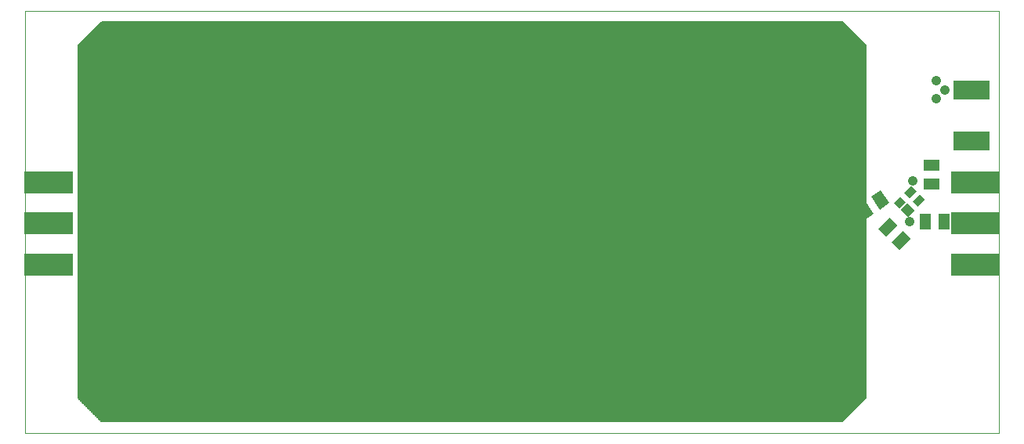
<source format=gts>
G75*
G70*
%OFA0B0*%
%FSLAX24Y24*%
%IPPOS*%
%LPD*%
%AMOC8*
5,1,8,0,0,1.08239X$1,22.5*
%
%ADD10C,0.0000*%
%ADD11C,0.0060*%
%ADD12R,0.0316X0.0395*%
%ADD13R,0.0434X0.0395*%
%ADD14R,0.0480X0.0680*%
%ADD15R,0.2080X0.0980*%
%ADD16R,0.1580X0.0840*%
%ADD17R,0.0680X0.0480*%
%ADD18R,0.0160X0.0160*%
%ADD19C,0.0420*%
D10*
X003851Y000105D02*
X003851Y018100D01*
X045288Y018100D01*
X045288Y000105D01*
X003851Y000105D01*
X003851Y006843D02*
X003851Y011243D01*
X045288Y011243D02*
X045288Y006843D01*
D11*
X039601Y006818D02*
X006101Y006818D01*
X006101Y006876D02*
X039601Y006876D01*
X039601Y006935D02*
X006101Y006935D01*
X006101Y006993D02*
X039601Y006993D01*
X039601Y007052D02*
X006101Y007052D01*
X006101Y007110D02*
X039601Y007110D01*
X039601Y007169D02*
X006101Y007169D01*
X006101Y007227D02*
X039601Y007227D01*
X039601Y007286D02*
X006101Y007286D01*
X006101Y007344D02*
X039601Y007344D01*
X039601Y007403D02*
X006101Y007403D01*
X006101Y007461D02*
X039601Y007461D01*
X039601Y007520D02*
X006101Y007520D01*
X006101Y007578D02*
X039601Y007578D01*
X039601Y007637D02*
X006101Y007637D01*
X006101Y007695D02*
X039601Y007695D01*
X039601Y007754D02*
X006101Y007754D01*
X006101Y007812D02*
X039601Y007812D01*
X039601Y007871D02*
X006101Y007871D01*
X006101Y007929D02*
X039601Y007929D01*
X039601Y007988D02*
X006101Y007988D01*
X006101Y008046D02*
X039601Y008046D01*
X039601Y008105D02*
X006101Y008105D01*
X006101Y008164D02*
X039601Y008164D01*
X039601Y008222D02*
X006101Y008222D01*
X006101Y008281D02*
X039601Y008281D01*
X039601Y008339D02*
X006101Y008339D01*
X006101Y008398D02*
X039601Y008398D01*
X039601Y008456D02*
X006101Y008456D01*
X006101Y008515D02*
X039601Y008515D01*
X039601Y008573D02*
X006101Y008573D01*
X006101Y008632D02*
X039601Y008632D01*
X039601Y008690D02*
X006101Y008690D01*
X006101Y008749D02*
X039601Y008749D01*
X039601Y008807D02*
X006101Y008807D01*
X006101Y008866D02*
X039601Y008866D01*
X039601Y008924D02*
X006101Y008924D01*
X006101Y008983D02*
X039601Y008983D01*
X039601Y009041D02*
X006101Y009041D01*
X006101Y009100D02*
X039601Y009100D01*
X039601Y009105D02*
X039601Y010105D01*
X039601Y001605D01*
X038601Y000605D01*
X007101Y000605D01*
X006101Y001605D01*
X006101Y016605D01*
X007101Y017605D01*
X038601Y017605D01*
X039601Y016605D01*
X039601Y009105D01*
X039601Y009158D02*
X006101Y009158D01*
X006101Y009217D02*
X039601Y009217D01*
X039601Y009275D02*
X006101Y009275D01*
X006101Y009334D02*
X039601Y009334D01*
X039601Y009392D02*
X006101Y009392D01*
X006101Y009451D02*
X039601Y009451D01*
X039601Y009509D02*
X006101Y009509D01*
X006101Y009568D02*
X039601Y009568D01*
X039601Y009626D02*
X006101Y009626D01*
X006101Y009685D02*
X039601Y009685D01*
X039601Y009743D02*
X006101Y009743D01*
X006101Y009802D02*
X039601Y009802D01*
X039601Y009860D02*
X006101Y009860D01*
X006101Y009919D02*
X039601Y009919D01*
X039601Y009977D02*
X006101Y009977D01*
X006101Y010036D02*
X039601Y010036D01*
X039601Y010094D02*
X006101Y010094D01*
X006101Y010153D02*
X039601Y010153D01*
X039601Y010211D02*
X006101Y010211D01*
X006101Y010270D02*
X039601Y010270D01*
X039601Y010328D02*
X006101Y010328D01*
X006101Y010387D02*
X039601Y010387D01*
X039601Y010445D02*
X006101Y010445D01*
X006101Y010504D02*
X039601Y010504D01*
X039601Y010562D02*
X006101Y010562D01*
X006101Y010621D02*
X039601Y010621D01*
X039601Y010679D02*
X006101Y010679D01*
X006101Y010738D02*
X039601Y010738D01*
X039601Y010796D02*
X006101Y010796D01*
X006101Y010855D02*
X039601Y010855D01*
X039601Y010913D02*
X006101Y010913D01*
X006101Y010972D02*
X039601Y010972D01*
X039601Y011030D02*
X006101Y011030D01*
X006101Y011089D02*
X039601Y011089D01*
X039601Y011147D02*
X006101Y011147D01*
X006101Y011206D02*
X039601Y011206D01*
X039601Y011264D02*
X006101Y011264D01*
X006101Y011323D02*
X039601Y011323D01*
X039601Y011381D02*
X006101Y011381D01*
X006101Y011440D02*
X039601Y011440D01*
X039601Y011498D02*
X006101Y011498D01*
X006101Y011557D02*
X039601Y011557D01*
X039601Y011615D02*
X006101Y011615D01*
X006101Y011674D02*
X039601Y011674D01*
X039601Y011732D02*
X006101Y011732D01*
X006101Y011791D02*
X039601Y011791D01*
X039601Y011849D02*
X006101Y011849D01*
X006101Y011908D02*
X039601Y011908D01*
X039601Y011966D02*
X006101Y011966D01*
X006101Y012025D02*
X039601Y012025D01*
X039601Y012083D02*
X006101Y012083D01*
X006101Y012142D02*
X039601Y012142D01*
X039601Y012200D02*
X006101Y012200D01*
X006101Y012259D02*
X039601Y012259D01*
X039601Y012317D02*
X006101Y012317D01*
X006101Y012376D02*
X039601Y012376D01*
X039601Y012434D02*
X006101Y012434D01*
X006101Y012493D02*
X039601Y012493D01*
X039601Y012551D02*
X006101Y012551D01*
X006101Y012610D02*
X039601Y012610D01*
X039601Y012668D02*
X006101Y012668D01*
X006101Y012727D02*
X039601Y012727D01*
X039601Y012785D02*
X006101Y012785D01*
X006101Y012844D02*
X039601Y012844D01*
X039601Y012902D02*
X006101Y012902D01*
X006101Y012961D02*
X039601Y012961D01*
X039601Y013019D02*
X006101Y013019D01*
X006101Y013078D02*
X039601Y013078D01*
X039601Y013136D02*
X006101Y013136D01*
X006101Y013195D02*
X039601Y013195D01*
X039601Y013253D02*
X006101Y013253D01*
X006101Y013312D02*
X039601Y013312D01*
X039601Y013370D02*
X006101Y013370D01*
X006101Y013429D02*
X039601Y013429D01*
X039601Y013487D02*
X006101Y013487D01*
X006101Y013546D02*
X039601Y013546D01*
X039601Y013604D02*
X006101Y013604D01*
X006101Y013663D02*
X039601Y013663D01*
X039601Y013721D02*
X006101Y013721D01*
X006101Y013780D02*
X039601Y013780D01*
X039601Y013838D02*
X006101Y013838D01*
X006101Y013897D02*
X039601Y013897D01*
X039601Y013955D02*
X006101Y013955D01*
X006101Y014014D02*
X039601Y014014D01*
X039601Y014072D02*
X006101Y014072D01*
X006101Y014131D02*
X039601Y014131D01*
X039601Y014189D02*
X006101Y014189D01*
X006101Y014248D02*
X039601Y014248D01*
X039601Y014306D02*
X006101Y014306D01*
X006101Y014365D02*
X039601Y014365D01*
X039601Y014423D02*
X006101Y014423D01*
X006101Y014482D02*
X039601Y014482D01*
X039601Y014540D02*
X006101Y014540D01*
X006101Y014599D02*
X039601Y014599D01*
X039601Y014657D02*
X006101Y014657D01*
X006101Y014716D02*
X039601Y014716D01*
X039601Y014774D02*
X006101Y014774D01*
X006101Y014833D02*
X039601Y014833D01*
X039601Y014891D02*
X006101Y014891D01*
X006101Y014950D02*
X039601Y014950D01*
X039601Y015008D02*
X006101Y015008D01*
X006101Y015067D02*
X039601Y015067D01*
X039601Y015125D02*
X006101Y015125D01*
X006101Y015184D02*
X039601Y015184D01*
X039601Y015242D02*
X006101Y015242D01*
X006101Y015301D02*
X039601Y015301D01*
X039601Y015359D02*
X006101Y015359D01*
X006101Y015418D02*
X039601Y015418D01*
X039601Y015476D02*
X006101Y015476D01*
X006101Y015535D02*
X039601Y015535D01*
X039601Y015593D02*
X006101Y015593D01*
X006101Y015652D02*
X039601Y015652D01*
X039601Y015710D02*
X006101Y015710D01*
X006101Y015769D02*
X039601Y015769D01*
X039601Y015827D02*
X006101Y015827D01*
X006101Y015886D02*
X039601Y015886D01*
X039601Y015944D02*
X006101Y015944D01*
X006101Y016003D02*
X039601Y016003D01*
X039601Y016061D02*
X006101Y016061D01*
X006101Y016120D02*
X039601Y016120D01*
X039601Y016178D02*
X006101Y016178D01*
X006101Y016237D02*
X039601Y016237D01*
X039601Y016295D02*
X006101Y016295D01*
X006101Y016354D02*
X039601Y016354D01*
X039601Y016412D02*
X006101Y016412D01*
X006101Y016471D02*
X039601Y016471D01*
X039601Y016529D02*
X006101Y016529D01*
X006101Y016588D02*
X039601Y016588D01*
X039560Y016646D02*
X006142Y016646D01*
X006200Y016705D02*
X039501Y016705D01*
X039443Y016763D02*
X006259Y016763D01*
X006317Y016822D02*
X039384Y016822D01*
X039326Y016880D02*
X006376Y016880D01*
X006434Y016939D02*
X039267Y016939D01*
X039209Y016997D02*
X006493Y016997D01*
X006551Y017056D02*
X039150Y017056D01*
X039092Y017114D02*
X006610Y017114D01*
X006668Y017173D02*
X039033Y017173D01*
X038975Y017231D02*
X006727Y017231D01*
X006785Y017290D02*
X038916Y017290D01*
X038858Y017348D02*
X006844Y017348D01*
X006902Y017407D02*
X038799Y017407D01*
X038741Y017465D02*
X006961Y017465D01*
X007019Y017524D02*
X038682Y017524D01*
X038624Y017582D02*
X007078Y017582D01*
X006101Y006759D02*
X039601Y006759D01*
X039601Y006701D02*
X006101Y006701D01*
X006101Y006642D02*
X039601Y006642D01*
X039601Y006584D02*
X006101Y006584D01*
X006101Y006525D02*
X039601Y006525D01*
X039601Y006467D02*
X006101Y006467D01*
X006101Y006408D02*
X039601Y006408D01*
X039601Y006350D02*
X006101Y006350D01*
X006101Y006291D02*
X039601Y006291D01*
X039601Y006233D02*
X006101Y006233D01*
X006101Y006174D02*
X039601Y006174D01*
X039601Y006116D02*
X006101Y006116D01*
X006101Y006057D02*
X039601Y006057D01*
X039601Y005999D02*
X006101Y005999D01*
X006101Y005940D02*
X039601Y005940D01*
X039601Y005882D02*
X006101Y005882D01*
X006101Y005823D02*
X039601Y005823D01*
X039601Y005765D02*
X006101Y005765D01*
X006101Y005706D02*
X039601Y005706D01*
X039601Y005648D02*
X006101Y005648D01*
X006101Y005589D02*
X039601Y005589D01*
X039601Y005531D02*
X006101Y005531D01*
X006101Y005472D02*
X039601Y005472D01*
X039601Y005414D02*
X006101Y005414D01*
X006101Y005355D02*
X039601Y005355D01*
X039601Y005297D02*
X006101Y005297D01*
X006101Y005238D02*
X039601Y005238D01*
X039601Y005180D02*
X006101Y005180D01*
X006101Y005121D02*
X039601Y005121D01*
X039601Y005063D02*
X006101Y005063D01*
X006101Y005004D02*
X039601Y005004D01*
X039601Y004946D02*
X006101Y004946D01*
X006101Y004887D02*
X039601Y004887D01*
X039601Y004829D02*
X006101Y004829D01*
X006101Y004770D02*
X039601Y004770D01*
X039601Y004712D02*
X006101Y004712D01*
X006101Y004653D02*
X039601Y004653D01*
X039601Y004595D02*
X006101Y004595D01*
X006101Y004536D02*
X039601Y004536D01*
X039601Y004478D02*
X006101Y004478D01*
X006101Y004419D02*
X039601Y004419D01*
X039601Y004361D02*
X006101Y004361D01*
X006101Y004302D02*
X039601Y004302D01*
X039601Y004244D02*
X006101Y004244D01*
X006101Y004185D02*
X039601Y004185D01*
X039601Y004127D02*
X006101Y004127D01*
X006101Y004068D02*
X039601Y004068D01*
X039601Y004010D02*
X006101Y004010D01*
X006101Y003951D02*
X039601Y003951D01*
X039601Y003893D02*
X006101Y003893D01*
X006101Y003834D02*
X039601Y003834D01*
X039601Y003776D02*
X006101Y003776D01*
X006101Y003717D02*
X039601Y003717D01*
X039601Y003659D02*
X006101Y003659D01*
X006101Y003600D02*
X039601Y003600D01*
X039601Y003542D02*
X006101Y003542D01*
X006101Y003483D02*
X039601Y003483D01*
X039601Y003425D02*
X006101Y003425D01*
X006101Y003366D02*
X039601Y003366D01*
X039601Y003308D02*
X006101Y003308D01*
X006101Y003249D02*
X039601Y003249D01*
X039601Y003191D02*
X006101Y003191D01*
X006101Y003132D02*
X039601Y003132D01*
X039601Y003074D02*
X006101Y003074D01*
X006101Y003015D02*
X039601Y003015D01*
X039601Y002957D02*
X006101Y002957D01*
X006101Y002898D02*
X039601Y002898D01*
X039601Y002840D02*
X006101Y002840D01*
X006101Y002781D02*
X039601Y002781D01*
X039601Y002723D02*
X006101Y002723D01*
X006101Y002664D02*
X039601Y002664D01*
X039601Y002606D02*
X006101Y002606D01*
X006101Y002547D02*
X039601Y002547D01*
X039601Y002489D02*
X006101Y002489D01*
X006101Y002430D02*
X039601Y002430D01*
X039601Y002372D02*
X006101Y002372D01*
X006101Y002313D02*
X039601Y002313D01*
X039601Y002255D02*
X006101Y002255D01*
X006101Y002196D02*
X039601Y002196D01*
X039601Y002138D02*
X006101Y002138D01*
X006101Y002079D02*
X039601Y002079D01*
X039601Y002021D02*
X006101Y002021D01*
X006101Y001962D02*
X039601Y001962D01*
X039601Y001904D02*
X006101Y001904D01*
X006101Y001845D02*
X039601Y001845D01*
X039601Y001787D02*
X006101Y001787D01*
X006101Y001728D02*
X039601Y001728D01*
X039601Y001670D02*
X006101Y001670D01*
X006101Y001611D02*
X039601Y001611D01*
X039549Y001553D02*
X006153Y001553D01*
X006211Y001494D02*
X039490Y001494D01*
X039432Y001436D02*
X006270Y001436D01*
X006328Y001377D02*
X039373Y001377D01*
X039315Y001319D02*
X006387Y001319D01*
X006445Y001260D02*
X039256Y001260D01*
X039198Y001202D02*
X006504Y001202D01*
X006562Y001143D02*
X039139Y001143D01*
X039081Y001085D02*
X006621Y001085D01*
X006679Y001026D02*
X039022Y001026D01*
X038964Y000968D02*
X006738Y000968D01*
X006796Y000909D02*
X038905Y000909D01*
X038847Y000851D02*
X006855Y000851D01*
X006913Y000792D02*
X038788Y000792D01*
X038730Y000734D02*
X006972Y000734D01*
X007030Y000675D02*
X038671Y000675D01*
X038613Y000617D02*
X007089Y000617D01*
D12*
G36*
X041045Y009687D02*
X040821Y009911D01*
X041099Y010189D01*
X041323Y009965D01*
X041045Y009687D01*
G37*
G36*
X041852Y009771D02*
X041628Y009995D01*
X041906Y010273D01*
X042130Y010049D01*
X041852Y009771D01*
G37*
G36*
X041490Y010133D02*
X041266Y010357D01*
X041544Y010635D01*
X041768Y010411D01*
X041490Y010133D01*
G37*
D13*
G36*
X041406Y009326D02*
X041100Y009632D01*
X041378Y009910D01*
X041684Y009604D01*
X041406Y009326D01*
G37*
D14*
X042138Y009105D03*
X042938Y009105D03*
G36*
X041063Y007912D02*
X040723Y008252D01*
X041203Y008732D01*
X041543Y008392D01*
X041063Y007912D01*
G37*
G36*
X040498Y008478D02*
X040158Y008818D01*
X040638Y009298D01*
X040978Y008958D01*
X040498Y008478D01*
G37*
G36*
X039966Y009462D02*
X039567Y009195D01*
X039190Y009760D01*
X039589Y010027D01*
X039966Y009462D01*
G37*
G36*
X040631Y009905D02*
X040232Y009638D01*
X039855Y010203D01*
X040254Y010470D01*
X040631Y009905D01*
G37*
D15*
X044278Y009043D03*
X044278Y007303D03*
X044278Y010783D03*
X004861Y010783D03*
X004861Y009043D03*
X004861Y007303D03*
D16*
X044101Y012543D03*
X044101Y014730D03*
D17*
X042413Y011505D03*
X042413Y010705D03*
D18*
X038663Y008980D03*
X006413Y009168D03*
D19*
X005476Y010730D03*
X004851Y010730D03*
X004226Y010730D03*
X004226Y007230D03*
X004851Y007230D03*
X005476Y007230D03*
X041476Y009105D03*
X043726Y010730D03*
X044351Y010730D03*
X044976Y010730D03*
X041601Y010855D03*
X042601Y014355D03*
X042976Y014730D03*
X042601Y015105D03*
X043726Y007230D03*
X044351Y007230D03*
X044851Y007230D03*
M02*

</source>
